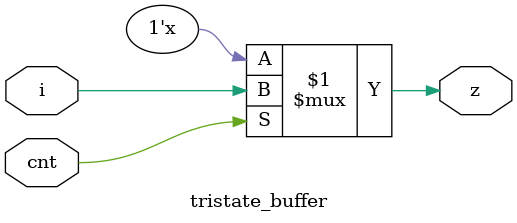
<source format=v>
`timescale 1ns / 1ps

module tristate_buffer(i, cnt, z );
	 
input i;
input cnt;
output z;

assign z = cnt ? i : 1'bz;

endmodule

</source>
